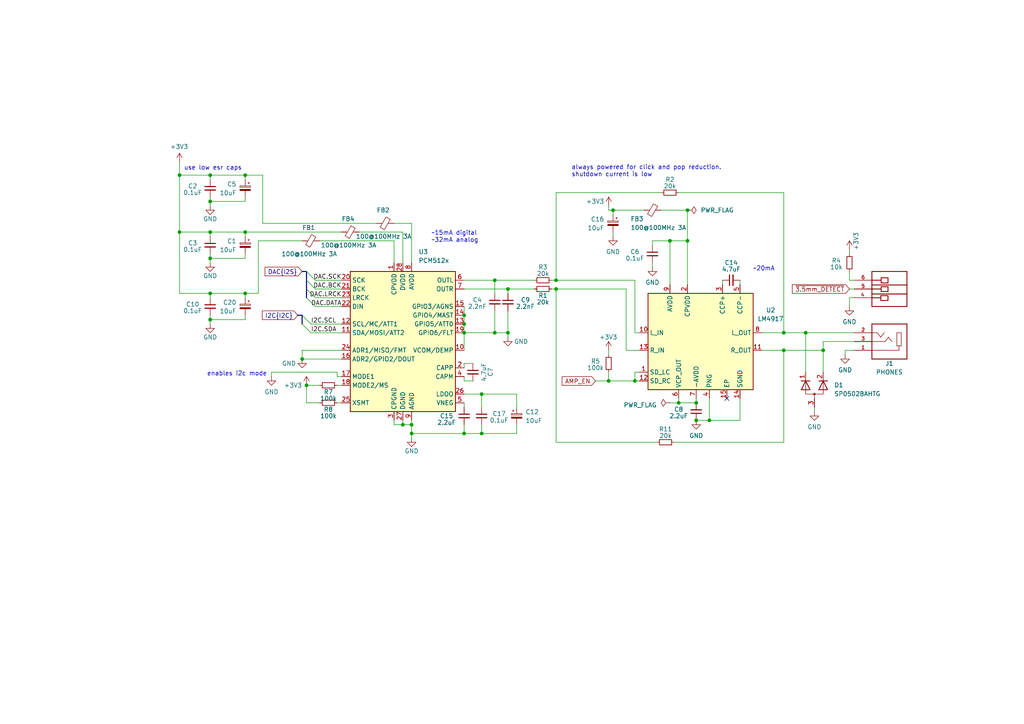
<source format=kicad_sch>
(kicad_sch (version 20230121) (generator eeschema)
  (paper "A4")
  (title_block (date "2022-09-04") (rev "1"))
  (lib_symbols
    (symbol "Audio:PCM5121PW"
      (property "Reference" "U" (at -13.97 21.59 0))
      (property "Value" "PCM5121PW" (at 10.16 21.59 0))
      (symbol "PCM5121PW_0_1"
        (rectangle (start -15.24 20.32) (end 15.24 -20.32) (stroke (width 0.254)) (fill (type background)))
      )
      (symbol "PCM5121PW_1_1"
        (pin power_in line (at -2.54 22.86 270) (length 2.54) (name "CPVDD") (number "1"))
        (pin bidirectional line (at 17.78 -2.54 180) (length 2.54) (name "VCOM/DEMP") (number "10"))
        (pin bidirectional line (at -17.78 2.54 0) (length 2.54) (name "SDA/MOSI/ATT2") (number "11"))
        (pin input line (at -17.78 5.08 0) (length 2.54) (name "SCL/MC/ATT1") (number "12"))
        (pin bidirectional line (at 17.78 5.08 180) (length 2.54) (name "GPIO5/ATT0") (number "13"))
        (pin bidirectional line (at 17.78 7.62 180) (length 2.54) (name "GPIO4/MAST") (number "14"))
        (pin bidirectional line (at 17.78 10.16 180) (length 2.54) (name "GPIO3/AGNS") (number "15"))
        (pin bidirectional line (at -17.78 -5.08 0) (length 2.54) (name "ADR2/GPIO2/DOUT") (number "16"))
        (pin input line (at -17.78 -10.16 0) (length 2.54) (name "MODE1") (number "17"))
        (pin input line (at -17.78 -12.7 0) (length 2.54) (name "MODE2/MS") (number "18"))
        (pin bidirectional line (at 17.78 2.54 180) (length 2.54) (name "GPIO6/FLT") (number "19"))
        (pin passive line (at 17.78 -7.62 180) (length 2.54) (name "CAPP") (number "2"))
        (pin input line (at -17.78 17.78 0) (length 2.54) (name "SCK") (number "20"))
        (pin bidirectional line (at -17.78 15.24 0) (length 2.54) (name "BCK") (number "21"))
        (pin input line (at -17.78 10.16 0) (length 2.54) (name "DIN") (number "22"))
        (pin bidirectional line (at -17.78 12.7 0) (length 2.54) (name "LRCK") (number "23"))
        (pin bidirectional line (at -17.78 -2.54 0) (length 2.54) (name "ADR1/MISO/FMT") (number "24"))
        (pin input line (at -17.78 -17.78 0) (length 2.54) (name "XSMT") (number "25"))
        (pin passive line (at 17.78 -15.24 180) (length 2.54) (name "LDOO") (number "26"))
        (pin power_in line (at 0 -22.86 90) (length 2.54) (name "DGND") (number "27"))
        (pin power_in line (at 0 22.86 270) (length 2.54) (name "DVDD") (number "28"))
        (pin power_in line (at -2.54 -22.86 90) (length 2.54) (name "CPGND") (number "3"))
        (pin passive line (at 17.78 -10.16 180) (length 2.54) (name "CAPM") (number "4"))
        (pin passive line (at 17.78 -17.78 180) (length 2.54) (name "VNEG") (number "5"))
        (pin output line (at 17.78 17.78 180) (length 2.54) (name "OUTL") (number "6"))
        (pin output line (at 17.78 15.24 180) (length 2.54) (name "OUTR") (number "7"))
        (pin power_in line (at 2.54 22.86 270) (length 2.54) (name "AVDD") (number "8"))
        (pin power_in line (at 2.54 -22.86 90) (length 2.54) (name "AGND") (number "9"))
      )
    )
    (symbol "Device:C_Polarized_Small" (pin_numbers hide) (pin_names (offset 0.254) hide)
      (property "Reference" "C" (at 0.254 1.778 0))
      (property "Value" "C_Polarized_Small" (at 0.254 -2.032 0))
      (symbol "C_Polarized_Small_0_1"
        (rectangle (start -1.524 -0.3048) (end 1.524 -0.6858) (fill (type outline)))
        (rectangle (start -1.524 0.6858) (end 1.524 0.3048))
        (polyline (pts (xy -1.27 1.524) (xy -0.762 1.524)))
        (polyline (pts (xy -1.016 1.27) (xy -1.016 1.778)))
      )
      (symbol "C_Polarized_Small_1_1"
        (pin passive line (at 0 2.54 270) (length 1.8542) (name "~") (number "1"))
        (pin passive line (at 0 -2.54 90) (length 1.8542) (name "~") (number "2"))
      )
    )
    (symbol "Device:C_Small" (pin_numbers hide) (pin_names (offset 0.254) hide)
      (property "Reference" "C" (at 0.254 1.778 0))
      (property "Value" "C_Small" (at 0.254 -2.032 0))
      (symbol "C_Small_0_1"
        (polyline (pts (xy -1.524 -0.508) (xy 1.524 -0.508)) (stroke (width 0.3302)))
        (polyline (pts (xy -1.524 0.508) (xy 1.524 0.508)) (stroke (width 0.3048)))
      )
      (symbol "C_Small_1_1"
        (pin passive line (at 0 2.54 270) (length 2.032) (name "~") (number "1"))
        (pin passive line (at 0 -2.54 90) (length 2.032) (name "~") (number "2"))
      )
    )
    (symbol "Device:D_Dual_CommonAnode_KKA_Parallel" (pin_names (offset 0.762) hide)
      (property "Reference" "D" (at 0 5.08 0))
      (property "Value" "D_Dual_CommonAnode_KKA_Parallel" (at 0 -5.08 0))
      (symbol "D_Dual_CommonAnode_KKA_Parallel_0_0"
        (polyline (pts (xy 2.54 -3.81) (xy 2.54 -1.27)) (stroke (width 0.254)))
        (polyline (pts (xy 2.54 1.27) (xy 2.54 3.81)) (stroke (width 0.254)))
      )
      (symbol "D_Dual_CommonAnode_KKA_Parallel_0_1"
        (circle (center -1.27 0) (radius 0.254) (fill (type outline)))
        (polyline (pts (xy -1.27 0) (xy -2.54 0)))
        (polyline (pts (xy 2.54 2.54) (xy -1.27 2.54) (xy -1.27 -2.54) (xy 2.54 -2.54)))
        (polyline (pts (xy 0 -1.27) (xy 2.54 -2.54) (xy 0 -3.81) (xy 0 -1.27) (xy 0 -1.27) (xy 0 -1.27)) (stroke (width 0.254)))
        (polyline (pts (xy 0 3.81) (xy 2.54 2.54) (xy 0 1.27) (xy 0 3.81) (xy 0 3.81) (xy 0 3.81)) (stroke (width 0.254)))
        (pin passive line (at 5.08 2.54 180) (length 2.54) (name "K") (number "1"))
        (pin passive line (at 5.08 -2.54 180) (length 2.54) (name "K") (number "2"))
        (pin passive line (at -5.08 0 0) (length 2.54) (name "A") (number "3"))
      )
    )
    (symbol "Device:FerriteBead_Small" (pin_numbers hide) (pin_names (offset 0))
      (property "Reference" "FB" (at 1.905 1.27 0))
      (property "Value" "FerriteBead_Small" (at 1.905 -1.27 0))
      (symbol "FerriteBead_Small_0_1"
        (polyline (pts (xy 0 -1.27) (xy 0 -0.7874)))
        (polyline (pts (xy 0 0.889) (xy 0 1.2954)))
        (polyline (pts (xy -1.8288 0.2794) (xy -1.1176 1.4986) (xy 1.8288 -0.2032) (xy 1.1176 -1.4224) (xy -1.8288 0.2794)))
      )
      (symbol "FerriteBead_Small_1_1"
        (pin passive line (at 0 2.54 270) (length 1.27) (name "~") (number "1"))
        (pin passive line (at 0 -2.54 90) (length 1.27) (name "~") (number "2"))
      )
    )
    (symbol "Device:R_Small" (pin_numbers hide) (pin_names (offset 0.254) hide)
      (property "Reference" "R" (at 0.762 0.508 0))
      (property "Value" "R_Small" (at 0.762 -1.016 0))
      (symbol "R_Small_0_1"
        (rectangle (start -0.762 1.778) (end 0.762 -1.778) (stroke (width 0.2032)))
      )
      (symbol "R_Small_1_1"
        (pin passive line (at 0 2.54 270) (length 0.762) (name "~") (number "1"))
        (pin passive line (at 0 -2.54 90) (length 0.762) (name "~") (number "2"))
      )
    )
    (symbol "power:+3V3" (power) (pin_names (offset 0))
      (property "Value" "+3V3" (at 0 3.556 0))
      (symbol "+3V3_0_1"
        (polyline (pts (xy -0.762 1.27) (xy 0 2.54)))
        (polyline (pts (xy 0 0) (xy 0 2.54)))
        (polyline (pts (xy 0 2.54) (xy 0.762 1.27)))
      )
      (symbol "+3V3_1_1"
        (pin power_in line (at 0 0 90) (length 0) hide (name "+3V3") (number "1"))
      )
    )
    (symbol "power:GND" (power) (pin_names (offset 0))
      (property "Value" "GND" (at 0 -3.81 0))
      (symbol "GND_0_1"
        (polyline (pts (xy 0 0) (xy 0 -1.27) (xy 1.27 -1.27) (xy 0 -2.54) (xy -1.27 -1.27) (xy 0 -1.27)))
      )
      (symbol "GND_1_1"
        (pin power_in line (at 0 0 270) (length 0) hide (name "GND") (number "1"))
      )
    )
    (symbol "power:PWR_FLAG" (power) (pin_numbers hide) (pin_names (offset 0) hide)
      (property "Value" "PWR_FLAG" (at 0 3.81 0))
      (symbol "PWR_FLAG_0_0"
        (pin power_out line (at 0 0 90) (length 0) (name "pwr") (number "1"))
      )
      (symbol "PWR_FLAG_0_1"
        (polyline (pts (xy 0 0) (xy 0 1.27) (xy -1.016 1.905) (xy 0 2.54) (xy 1.016 1.905) (xy 0 1.27)))
      )
    )
    (symbol "symbols:LM4917"
      (property "Reference" "U" (at 0 0 0))
      (property "Value" "LM4917" (at 0 0 0))
      (symbol "LM4917_0_0"
        (pin input line (at -17.78 -2.54 0) (length 2.54) (name "R_IN") (number "13"))
        (pin power_in line (at 11.43 -16.51 90) (length 2.54) (name "SGND") (number "14"))
        (pin power_in line (at 7.62 -16.51 90) (length 2.54) (name "EP") (number "15"))
        (pin passive line (at 6.35 16.51 270) (length 2.54) (name "CCP+") (number "3"))
      )
      (symbol "LM4917_0_1"
        (rectangle (start -15.24 13.97) (end 15.24 -13.97) (stroke (width 0.254)) (fill (type background)))
      )
      (symbol "LM4917_1_1"
        (pin input line (at -17.78 -8.89 0) (length 2.54) (name "SD_LC") (number "1"))
        (pin input line (at -17.78 2.54 0) (length 2.54) (name "L_IN") (number "10"))
        (pin output line (at 17.78 -2.54 180) (length 2.54) (name "R_OUT") (number "11"))
        (pin input line (at -17.78 -11.43 0) (length 2.54) (name "SD_RC") (number "12"))
        (pin power_in line (at -3.81 16.51 270) (length 2.54) (name "CPVDD") (number "2"))
        (pin power_in line (at 2.54 -16.51 90) (length 2.54) (name "PNG") (number "4"))
        (pin passive line (at 11.43 16.51 270) (length 2.54) (name "CCP-") (number "5"))
        (pin power_in line (at -6.35 -16.51 90) (length 2.54) (name "VCP_OUT") (number "6"))
        (pin power_in line (at -1.27 -16.51 90) (length 2.54) (name "-AVDD") (number "7"))
        (pin output line (at 17.78 2.54 180) (length 2.54) (name "L_OUT") (number "8"))
        (pin power_in line (at -8.89 16.51 270) (length 2.54) (name "AVDD") (number "9"))
      )
    )
    (symbol "symbols:SJ-3566AN" (pin_names (offset 1.016) hide)
      (property "Reference" "J" (at -5.1054 5.7404 0))
      (property "Value" "SJ-3566AN" (at -5.1054 -22.9362 0))
      (symbol "SJ-3566AN_0_0"
        (polyline (pts (xy -5.1054 -13.7922) (xy 5.0038 -13.7922)) (stroke (width 0.254)))
        (polyline (pts (xy -5.08 -20.32) (xy 5.08 -20.32)) (stroke (width 0.254)))
        (polyline (pts (xy -5.08 -10.16) (xy -5.08 -20.32)) (stroke (width 0.254)))
        (polyline (pts (xy -5.08 -5.08) (xy 5.08 -5.08)) (stroke (width 0.254)))
        (polyline (pts (xy -5.08 5.08) (xy -5.08 -5.08)) (stroke (width 0.254)))
        (polyline (pts (xy -3.429 -2.54) (xy -2.159 -2.54)) (stroke (width 0.1524)))
        (polyline (pts (xy -3.429 1.27) (xy -3.429 -2.54)) (stroke (width 0.1524)))
        (polyline (pts (xy -2.794 1.27) (xy -3.429 1.27)) (stroke (width 0.1524)))
        (polyline (pts (xy -2.794 1.27) (xy -2.794 2.54)) (stroke (width 0.1524)))
        (polyline (pts (xy -2.794 2.54) (xy 5.08 2.54)) (stroke (width 0.1524)))
        (polyline (pts (xy -2.159 -2.54) (xy -2.159 1.27)) (stroke (width 0.1524)))
        (polyline (pts (xy -2.159 1.27) (xy -2.794 1.27)) (stroke (width 0.1524)))
        (polyline (pts (xy 0.254 -1.27) (xy -0.762 0)) (stroke (width 0.1524)))
        (polyline (pts (xy 0.4064 -18.4912) (xy 0.4064 -16.9926)) (stroke (width 0.254)))
        (polyline (pts (xy 0.4064 -16.9926) (xy 2.3876 -16.9926)) (stroke (width 0.254)))
        (polyline (pts (xy 0.4064 -15.9004) (xy 0.4064 -14.5034)) (stroke (width 0.254)))
        (polyline (pts (xy 0.4064 -14.5034) (xy 2.3876 -14.5034)) (stroke (width 0.254)))
        (polyline (pts (xy 0.4064 -11.9126) (xy 0.4064 -13.3096)) (stroke (width 0.254)))
        (polyline (pts (xy 0.508 -13.3096) (xy 2.4892 -13.3096)) (stroke (width 0.254)))
        (polyline (pts (xy 1.27 0) (xy 0.254 -1.27)) (stroke (width 0.1524)))
        (polyline (pts (xy 1.524 -2.54) (xy 2.54 -1.27)) (stroke (width 0.1524)))
        (polyline (pts (xy 2.3876 -18.4912) (xy 0.4064 -18.4912)) (stroke (width 0.254)))
        (polyline (pts (xy 2.3876 -16.9926) (xy 2.3876 -18.4912)) (stroke (width 0.254)))
        (polyline (pts (xy 2.3876 -15.9004) (xy 0.4064 -15.9004)) (stroke (width 0.254)))
        (polyline (pts (xy 2.3876 -14.5034) (xy 2.3876 -15.9004)) (stroke (width 0.254)))
        (polyline (pts (xy 2.4892 -13.3096) (xy 2.4892 -11.9126)) (stroke (width 0.254)))
        (polyline (pts (xy 2.4892 -11.9126) (xy 0.508 -11.9126)) (stroke (width 0.254)))
        (polyline (pts (xy 2.54 -1.27) (xy 3.556 -2.54)) (stroke (width 0.1524)))
        (polyline (pts (xy 5.08 -20.32) (xy 5.08 -17.78)) (stroke (width 0.254)))
        (polyline (pts (xy 5.08 -17.78) (xy 2.54 -17.78)) (stroke (width 0.254)))
        (polyline (pts (xy 5.08 -17.78) (xy 5.08 -15.24)) (stroke (width 0.254)))
        (polyline (pts (xy 5.08 -15.24) (xy 2.54 -15.24)) (stroke (width 0.254)))
        (polyline (pts (xy 5.08 -15.24) (xy 5.08 -12.7)) (stroke (width 0.254)))
        (polyline (pts (xy 5.08 -12.7) (xy 2.54 -12.7)) (stroke (width 0.254)))
        (polyline (pts (xy 5.08 -12.7) (xy 5.08 -10.16)) (stroke (width 0.254)))
        (polyline (pts (xy 5.08 -10.16) (xy -5.08 -10.16)) (stroke (width 0.254)))
        (polyline (pts (xy 5.08 -5.08) (xy 5.08 -2.54)) (stroke (width 0.254)))
        (polyline (pts (xy 5.08 -2.54) (xy 3.556 -2.54)) (stroke (width 0.1524)))
        (polyline (pts (xy 5.08 -2.54) (xy 5.08 0)) (stroke (width 0.254)))
        (polyline (pts (xy 5.08 0) (xy 1.27 0)) (stroke (width 0.1524)))
        (polyline (pts (xy 5.08 0) (xy 5.08 2.54)) (stroke (width 0.254)))
        (polyline (pts (xy 5.08 2.54) (xy 5.08 5.08)) (stroke (width 0.254)))
        (polyline (pts (xy 5.08 5.08) (xy -5.08 5.08)) (stroke (width 0.254)))
        (polyline (pts (xy 5.1054 -16.4084) (xy -5.1054 -16.4084)) (stroke (width 0.254)))
        (pin passive line (at 10.16 2.54 180) (length 5.08) (name "~") (number "1"))
        (pin passive line (at 10.16 -2.54 180) (length 5.08) (name "~") (number "2"))
        (pin passive line (at 10.16 0 180) (length 5.08) (name "~") (number "3"))
        (pin passive line (at 10.3124 -12.7 180) (length 5.08) (name "~") (number "4"))
        (pin passive line (at 10.16 -15.24 180) (length 5.08) (name "~") (number "5"))
        (pin passive line (at 10.16 -17.78 180) (length 5.08) (name "~") (number "6"))
      )
    )
  )
  (junction (at 71.12 85.09))
  (junction (at 199.39 69.85))
  (junction (at 147.32 83.82))
  (junction (at 134.62 93.98))
  (junction (at 134.62 91.44))
  (junction (at 139.7 125.73))
  (junction (at 201.93 121.92))
  (junction (at 52.07 50.8))
  (junction (at 176.53 110.49))
  (junction (at 119.38 125.73))
  (junction (at 184.15 110.49))
  (junction (at 60.96 58.42))
  (junction (at 52.07 67.31))
  (junction (at 71.12 50.8))
  (junction (at 116.84 123.19))
  (junction (at 238.76 101.6))
  (junction (at 227.33 101.6))
  (junction (at 139.7 114.3))
  (junction (at 147.32 96.52))
  (junction (at 194.31 69.85))
  (junction (at 60.96 67.31))
  (junction (at 87.63 104.14))
  (junction (at 143.51 96.52))
  (junction (at 205.74 121.92))
  (junction (at 119.38 123.19))
  (junction (at 201.93 116.84))
  (junction (at 60.96 92.71))
  (junction (at 134.62 96.52))
  (junction (at 134.62 125.73))
  (junction (at 161.29 83.82))
  (junction (at 60.96 50.8))
  (junction (at 177.8 60.96))
  (junction (at 199.39 60.96))
  (junction (at 233.68 96.52))
  (junction (at 88.9 111.76))
  (junction (at 143.51 81.28))
  (junction (at 71.12 67.31))
  (junction (at 196.85 116.84))
  (junction (at 161.29 81.28))
  (junction (at 60.96 85.09))
  (junction (at 60.96 74.93))
  (junction (at 227.33 96.52))
  (no_connect (at 210.82 115.57))
  (bus_entry (at 87.63 93.98) (size 2.54 2.54))
  (bus_entry (at 87.63 91.44) (size 2.54 2.54))
  (bus_entry (at 88.9 78.74) (size 2.54 2.54))
  (bus_entry (at 88.9 81.28) (size 2.54 2.54))
  (bus_entry (at 88.9 86.36) (size 2.54 2.54))
  (bus_entry (at 88.9 83.82) (size 2.54 2.54))
  (wire (pts (xy 176.53 102.87) (xy 176.53 101.6)))
  (wire (pts (xy 60.96 92.71) (xy 60.96 93.98)))
  (wire (pts (xy 184.15 81.28) (xy 184.15 96.52)))
  (wire (pts (xy 134.62 105.41) (xy 134.62 106.68)))
  (wire (pts (xy 71.12 57.15) (xy 71.12 58.42)))
  (wire (pts (xy 116.84 123.19) (xy 119.38 123.19)))
  (wire (pts (xy 227.33 101.6) (xy 227.33 128.27)))
  (wire (pts (xy 172.72 110.49) (xy 176.53 110.49)))
  (wire (pts (xy 227.33 128.27) (xy 195.58 128.27)))
  (wire (pts (xy 209.55 81.28) (xy 209.55 82.55)))
  (wire (pts (xy 220.98 101.6) (xy 227.33 101.6)))
  (wire (pts (xy 60.96 74.93) (xy 71.12 74.93)))
  (wire (pts (xy 60.96 68.58) (xy 60.96 67.31)))
  (wire (pts (xy 176.53 60.96) (xy 177.8 60.96)))
  (wire (pts (xy 87.63 101.6) (xy 99.06 101.6)))
  (wire (pts (xy 247.8024 101.6) (xy 245.11 101.6)))
  (wire (pts (xy 177.8 67.31) (xy 177.8 68.58)))
  (wire (pts (xy 76.2 50.8) (xy 76.2 64.77)))
  (wire (pts (xy 87.63 101.6) (xy 87.63 104.14)))
  (bus (pts (xy 88.9 78.74) (xy 88.9 81.28)))
  (wire (pts (xy 139.7 125.73) (xy 134.62 125.73)))
  (wire (pts (xy 134.62 114.3) (xy 139.7 114.3)))
  (wire (pts (xy 161.29 55.88) (xy 191.77 55.88)))
  (wire (pts (xy 143.51 96.52) (xy 147.32 96.52)))
  (wire (pts (xy 149.86 114.3) (xy 139.7 114.3)))
  (wire (pts (xy 52.07 50.8) (xy 60.96 50.8)))
  (wire (pts (xy 119.38 76.2) (xy 119.38 64.77)))
  (wire (pts (xy 134.62 81.28) (xy 143.51 81.28)))
  (wire (pts (xy 97.79 111.76) (xy 99.06 111.76)))
  (wire (pts (xy 233.68 96.52) (xy 233.68 107.95)))
  (wire (pts (xy 60.96 58.42) (xy 71.12 58.42)))
  (wire (pts (xy 214.63 115.57) (xy 214.63 121.92)))
  (bus (pts (xy 87.63 78.74) (xy 88.9 78.74)))
  (wire (pts (xy 181.61 83.82) (xy 161.29 83.82)))
  (wire (pts (xy 97.79 107.95) (xy 97.79 109.22)))
  (wire (pts (xy 147.32 90.17) (xy 147.32 96.52)))
  (wire (pts (xy 97.79 109.22) (xy 99.06 109.22)))
  (wire (pts (xy 227.33 55.88) (xy 227.33 96.52)))
  (wire (pts (xy 114.3 123.19) (xy 116.84 123.19)))
  (wire (pts (xy 60.96 67.31) (xy 71.12 67.31)))
  (wire (pts (xy 134.62 88.9) (xy 134.62 91.44)))
  (wire (pts (xy 238.76 101.6) (xy 238.76 99.06)))
  (wire (pts (xy 99.06 67.31) (xy 71.12 67.31)))
  (wire (pts (xy 184.15 107.95) (xy 184.15 110.49)))
  (wire (pts (xy 199.39 60.96) (xy 199.39 69.85)))
  (wire (pts (xy 71.12 73.66) (xy 71.12 74.93)))
  (wire (pts (xy 143.51 90.17) (xy 143.51 96.52)))
  (wire (pts (xy 189.23 69.85) (xy 194.31 69.85)))
  (wire (pts (xy 137.16 110.49) (xy 134.62 110.49)))
  (wire (pts (xy 60.96 85.09) (xy 71.12 85.09)))
  (wire (pts (xy 161.29 81.28) (xy 160.02 81.28)))
  (wire (pts (xy 143.51 81.28) (xy 143.51 85.09)))
  (wire (pts (xy 60.96 50.8) (xy 71.12 50.8)))
  (wire (pts (xy 134.62 83.82) (xy 147.32 83.82)))
  (wire (pts (xy 181.61 83.82) (xy 181.61 101.6)))
  (wire (pts (xy 139.7 123.19) (xy 139.7 125.73)))
  (wire (pts (xy 88.9 116.84) (xy 92.71 116.84)))
  (bus (pts (xy 87.63 91.44) (xy 87.63 93.98)))
  (wire (pts (xy 71.12 92.71) (xy 71.12 91.44)))
  (wire (pts (xy 60.96 91.44) (xy 60.96 92.71)))
  (wire (pts (xy 149.86 123.19) (xy 149.86 125.73)))
  (wire (pts (xy 90.17 96.52) (xy 99.06 96.52)))
  (wire (pts (xy 52.07 67.31) (xy 52.07 85.09)))
  (wire (pts (xy 71.12 86.36) (xy 71.12 85.09)))
  (wire (pts (xy 52.07 50.8) (xy 52.07 67.31)))
  (wire (pts (xy 246.38 72.39) (xy 246.38 73.66)))
  (wire (pts (xy 134.62 123.19) (xy 134.62 125.73)))
  (wire (pts (xy 143.51 81.28) (xy 154.94 81.28)))
  (wire (pts (xy 161.29 55.88) (xy 161.29 81.28)))
  (wire (pts (xy 88.9 111.76) (xy 92.71 111.76)))
  (wire (pts (xy 60.96 52.07) (xy 60.96 50.8)))
  (wire (pts (xy 161.29 128.27) (xy 161.29 83.82)))
  (wire (pts (xy 227.33 101.6) (xy 238.76 101.6)))
  (wire (pts (xy 177.8 60.96) (xy 186.69 60.96)))
  (wire (pts (xy 88.9 111.76) (xy 88.9 116.84)))
  (wire (pts (xy 233.68 96.52) (xy 247.8024 96.52)))
  (wire (pts (xy 149.86 118.11) (xy 149.86 114.3)))
  (wire (pts (xy 71.12 68.58) (xy 71.12 67.31)))
  (wire (pts (xy 205.74 121.92) (xy 201.93 121.92)))
  (bus (pts (xy 88.9 83.82) (xy 88.9 86.36)))
  (wire (pts (xy 220.98 96.52) (xy 227.33 96.52)))
  (wire (pts (xy 236.22 119.38) (xy 236.22 118.11)))
  (wire (pts (xy 189.23 76.2) (xy 189.23 77.47)))
  (wire (pts (xy 60.96 73.66) (xy 60.96 74.93)))
  (wire (pts (xy 78.74 107.95) (xy 78.74 109.22)))
  (wire (pts (xy 161.29 83.82) (xy 160.02 83.82)))
  (wire (pts (xy 189.23 69.85) (xy 189.23 71.12)))
  (wire (pts (xy 147.32 97.79) (xy 147.32 96.52)))
  (wire (pts (xy 91.44 86.36) (xy 99.06 86.36)))
  (wire (pts (xy 74.93 85.09) (xy 74.93 69.85)))
  (wire (pts (xy 246.38 86.36) (xy 247.65 86.36)))
  (wire (pts (xy 238.76 101.6) (xy 238.76 107.95)))
  (wire (pts (xy 134.62 125.73) (xy 119.38 125.73)))
  (wire (pts (xy 184.15 110.49) (xy 185.42 110.49)))
  (wire (pts (xy 245.11 101.6) (xy 245.11 102.87)))
  (wire (pts (xy 134.62 110.49) (xy 134.62 109.22)))
  (wire (pts (xy 196.85 115.57) (xy 196.85 116.84)))
  (wire (pts (xy 60.96 74.93) (xy 60.96 76.2)))
  (wire (pts (xy 246.38 81.28) (xy 247.8024 81.28)))
  (wire (pts (xy 97.79 116.84) (xy 99.06 116.84)))
  (wire (pts (xy 246.38 88.9) (xy 246.38 86.36)))
  (wire (pts (xy 214.63 81.28) (xy 214.63 82.55)))
  (bus (pts (xy 88.9 81.28) (xy 88.9 83.82)))
  (wire (pts (xy 91.44 83.82) (xy 99.06 83.82)))
  (wire (pts (xy 134.62 93.98) (xy 134.62 96.52)))
  (wire (pts (xy 227.33 96.52) (xy 233.68 96.52)))
  (wire (pts (xy 116.84 76.2) (xy 116.84 67.31)))
  (wire (pts (xy 114.3 69.85) (xy 114.3 76.2)))
  (wire (pts (xy 78.74 107.95) (xy 97.79 107.95)))
  (wire (pts (xy 205.74 115.57) (xy 205.74 121.92)))
  (wire (pts (xy 74.93 69.85) (xy 87.63 69.85)))
  (wire (pts (xy 60.96 86.36) (xy 60.96 85.09)))
  (wire (pts (xy 52.07 46.99) (xy 52.07 50.8)))
  (wire (pts (xy 176.53 110.49) (xy 184.15 110.49)))
  (wire (pts (xy 71.12 85.09) (xy 74.93 85.09)))
  (wire (pts (xy 205.74 121.92) (xy 214.63 121.92)))
  (wire (pts (xy 194.31 69.85) (xy 199.39 69.85)))
  (wire (pts (xy 184.15 107.95) (xy 185.42 107.95)))
  (bus (pts (xy 86.36 91.44) (xy 87.63 91.44)))
  (wire (pts (xy 92.71 69.85) (xy 114.3 69.85)))
  (wire (pts (xy 196.85 55.88) (xy 227.33 55.88)))
  (wire (pts (xy 246.38 83.82) (xy 247.8024 83.82)))
  (wire (pts (xy 194.31 116.84) (xy 196.85 116.84)))
  (wire (pts (xy 201.93 116.84) (xy 201.93 115.57)))
  (wire (pts (xy 119.38 123.19) (xy 119.38 125.73)))
  (wire (pts (xy 134.62 96.52) (xy 143.51 96.52)))
  (wire (pts (xy 176.53 107.95) (xy 176.53 110.49)))
  (wire (pts (xy 134.62 116.84) (xy 134.62 118.11)))
  (wire (pts (xy 114.3 64.77) (xy 119.38 64.77)))
  (wire (pts (xy 149.86 125.73) (xy 139.7 125.73)))
  (wire (pts (xy 147.32 83.82) (xy 154.94 83.82)))
  (wire (pts (xy 134.62 96.52) (xy 134.62 101.6)))
  (wire (pts (xy 147.32 83.82) (xy 147.32 85.09)))
  (wire (pts (xy 134.62 91.44) (xy 134.62 93.98)))
  (wire (pts (xy 90.17 93.98) (xy 99.06 93.98)))
  (wire (pts (xy 52.07 85.09) (xy 60.96 85.09)))
  (wire (pts (xy 116.84 121.92) (xy 116.84 123.19)))
  (wire (pts (xy 185.42 101.6) (xy 181.61 101.6)))
  (wire (pts (xy 184.15 96.52) (xy 185.42 96.52)))
  (wire (pts (xy 177.8 60.96) (xy 177.8 62.23)))
  (wire (pts (xy 71.12 50.8) (xy 76.2 50.8)))
  (wire (pts (xy 139.7 118.11) (xy 139.7 114.3)))
  (wire (pts (xy 199.39 69.85) (xy 199.39 82.55)))
  (wire (pts (xy 60.96 58.42) (xy 60.96 59.69)))
  (wire (pts (xy 52.07 67.31) (xy 60.96 67.31)))
  (wire (pts (xy 87.63 104.14) (xy 99.06 104.14)))
  (wire (pts (xy 184.15 81.28) (xy 161.29 81.28)))
  (wire (pts (xy 76.2 64.77) (xy 109.22 64.77)))
  (wire (pts (xy 91.44 81.28) (xy 99.06 81.28)))
  (wire (pts (xy 119.38 121.92) (xy 119.38 123.19)))
  (wire (pts (xy 114.3 121.92) (xy 114.3 123.19)))
  (wire (pts (xy 116.84 67.31) (xy 104.14 67.31)))
  (wire (pts (xy 196.85 116.84) (xy 201.93 116.84)))
  (wire (pts (xy 238.76 99.06) (xy 247.8024 99.06)))
  (wire (pts (xy 194.31 69.85) (xy 194.31 82.55)))
  (wire (pts (xy 176.53 60.96) (xy 176.53 59.69)))
  (wire (pts (xy 199.39 60.96) (xy 191.77 60.96)))
  (wire (pts (xy 137.16 105.41) (xy 134.62 105.41)))
  (wire (pts (xy 71.12 52.07) (xy 71.12 50.8)))
  (wire (pts (xy 119.38 125.73) (xy 119.38 127)))
  (wire (pts (xy 246.38 81.28) (xy 246.38 78.74)))
  (wire (pts (xy 60.96 57.15) (xy 60.96 58.42)))
  (wire (pts (xy 190.5 128.27) (xy 161.29 128.27)))
  (wire (pts (xy 91.44 88.9) (xy 99.06 88.9)))
  (wire (pts (xy 60.96 92.71) (xy 71.12 92.71)))
  (text "~20mA" (at 218.44 78.74 0) (effects (font (size 1.27 1.27)) (justify left bottom)))
  (text "always powered for click and pop reduction.\nshutdown current is low" (at 165.735 51.435 0) (effects (font (size 1.27 1.27)) (justify left bottom)))
  (text "~15mA digital\n~32mA analog" (at 125.095 70.485 0) (effects (font (size 1.27 1.27)) (justify left bottom)))
  (text "use low esr caps" (at 53.34 49.53 0) (effects (font (size 1.27 1.27)) (justify left bottom)))
  (text "enables i2c mode" (at 77.47 109.22 0) (effects (font (size 1.27 1.27)) (justify right bottom)))
  (label "DAC.BCK" (at 99.06 83.82 180))
  (label "DAC.LRCK" (at 99.06 86.36 180))
  (label "DAC.DATA" (at 99.06 88.9 180))
  (label "I2C.SCL" (at 90.17 93.98 0))
  (label "I2C.SDA" (at 90.17 96.52 0))
  (label "DAC.SCK" (at 99.06 81.28 180))
  (global_label "AMP_EN" (shape input) (at 172.72 110.49 180) (property "Intersheetrefs" "${INTERSHEET_REFS}" (effects hide)))
  (global_label "I2C{I2C}" (shape input) (at 86.36 91.44 180) (property "Intersheetrefs" "${INTERSHEET_REFS}" (effects hide)))
  (global_label "DAC{I2S}" (shape input) (at 87.63 78.74 180) (property "Intersheetrefs" "${INTERSHEET_REFS}" (effects hide)))
  (global_label "~{3.5mm_DETECT}" (shape input) (at 246.38 83.82 180) (property "Intersheetrefs" "${INTERSHEET_REFS}" (effects hide)))
  (symbol (lib_id "power:GND") (at 119.38 127 0) (unit 1)
    (property "Reference" "#PWR0308" (effects hide))
    (property "Value" "GND" (at 119.38 130.81 0))
  )
  (symbol (lib_id "power:GND") (at 87.63 104.14 0) (unit 1)
    (property "Reference" "#PWR0307" (effects hide))
    (property "Value" "GND" (at 83.82 105.41 0))
  )
  (symbol (lib_id "Device:C_Small") (at 139.7 120.65 0) (unit 1)
    (property "Reference" "C17" (at 144.78 120.015 0))
    (property "Value" "0.1uF" (at 144.78 121.92 0))
    (property "Footprint" "Capacitor_SMD:C_0603_1608Metric" (effects hide))
    (property "MPN" "EMK107BJ104KAHT" (effects hide))
  )
  (symbol (lib_id "Device:FerriteBead_Small") (at 189.23 60.96 270) (unit 1)
    (property "Reference" "FB3" (at 182.88 63.5 90) (effects (justify left)))
    (property "Value" "100@100MHz 3A" (at 182.88 66.04 90) (effects (justify left)))
    (property "Footprint" "Inductor_SMD:L_0603_1608Metric" (effects hide))
    (property "MPN" "BLM18KG101TN1D" (effects hide))
  )
  (symbol (lib_id "Device:R_Small") (at 193.04 128.27 90) (unit 1)
    (property "Reference" "R11" (at 193.04 124.46 90))
    (property "Value" "20k" (at 193.04 126.365 90))
    (property "Footprint" "Resistor_SMD:R_0603_1608Metric" (effects hide))
    (property "MPN" "AC0603FR-0720KL" (effects hide))
  )
  (symbol (lib_id "Device:R_Small") (at 95.25 111.76 90) (unit 1)
    (property "Reference" "R7" (at 95.25 113.665 90))
    (property "Value" "100k" (at 95.25 115.57 90))
    (property "Footprint" "Resistor_SMD:R_0603_1608Metric" (effects hide))
    (property "MPN" "RC0603JR-10100KL" (effects hide))
  )
  (symbol (lib_id "Device:R_Small") (at 157.48 81.28 90) (unit 1)
    (property "Reference" "R3" (at 157.48 77.47 90))
    (property "Value" "20k" (at 157.48 79.375 90))
    (property "Footprint" "Resistor_SMD:R_0603_1608Metric" (effects hide))
    (property "MPN" "AC0603FR-0720KL" (effects hide))
  )
  (symbol (lib_id "power:GND") (at 60.96 93.98 0) (unit 1)
    (property "Reference" "#PWR0303" (effects hide))
    (property "Value" "GND" (at 60.96 97.79 0))
  )
  (symbol (lib_id "Device:FerriteBead_Small") (at 90.17 69.85 90) (unit 1)
    (property "Reference" "FB1" (at 91.44 66.04 90) (effects (justify left)))
    (property "Value" "100@100MHz 3A" (at 97.79 73.66 90) (effects (justify left)))
    (property "Footprint" "Inductor_SMD:L_0603_1608Metric" (effects hide))
    (property "MPN" "BLM18KG101TN1D" (effects hide))
  )
  (symbol (lib_id "Device:C_Small") (at 134.62 120.65 0) (unit 1)
    (property "Reference" "C15" (at 129.54 120.65 0))
    (property "Value" "2.2uF" (at 129.54 122.555 0))
    (property "Footprint" "Capacitor_SMD:C_0603_1608Metric" (effects hide))
    (property "MPN" "EMK107ABJ225KA8T" (effects hide))
  )
  (symbol (lib_id "Device:C_Polarized_Small") (at 149.86 120.65 0) (unit 1)
    (property "Reference" "C12" (at 152.4 119.4689 0) (effects (justify left)))
    (property "Value" "10uF" (at 152.4 122.0089 0) (effects (justify left)))
    (property "Footprint" "Capacitor_Tantalum_SMD:CP_EIA-3216-18_Kemet-A" (effects hide))
    (property "MPN" "TCJA106M020R0150 " (effects hide))
  )
  (symbol (lib_id "power:GND") (at 78.74 109.22 0) (unit 1)
    (property "Reference" "#PWR0305" (effects hide))
    (property "Value" "GND" (at 78.74 113.665 0))
  )
  (symbol (lib_id "Device:C_Polarized_Small") (at 177.8 64.77 0) (mirror y) (unit 1)
    (property "Reference" "C16" (at 175.26 63.5889 0) (effects (justify left)))
    (property "Value" "10uF" (at 175.26 66.1289 0) (effects (justify left)))
    (property "Footprint" "Capacitor_Tantalum_SMD:CP_EIA-3216-18_Kemet-A" (effects hide))
    (property "MPN" "TCJA106M020R0150 " (effects hide))
  )
  (symbol (lib_id "power:GND") (at 147.32 97.79 0) (unit 1)
    (property "Reference" "#PWR0309" (effects hide))
    (property "Value" "GND" (at 151.13 99.06 0))
  )
  (symbol (lib_id "power:GND") (at 245.11 102.87 0) (unit 1)
    (property "Reference" "#PWR0315" (effects hide))
    (property "Value" "GND" (at 245.11 107.315 0))
  )
  (symbol (lib_id "power:+3V3") (at 176.53 59.69 0) (unit 1)
    (property "Reference" "#PWR0310" (effects hide))
    (property "Value" "+3V3" (at 175.26 58.42 0) (effects (justify right)))
  )
  (symbol (lib_id "power:GND") (at 60.96 59.69 0) (unit 1)
    (property "Reference" "#PWR0304" (effects hide))
    (property "Value" "GND" (at 60.96 63.5 0))
  )
  (symbol (lib_id "power:GND") (at 236.22 119.38 0) (unit 1)
    (property "Reference" "#PWR0314" (effects hide))
    (property "Value" "GND" (at 236.22 123.825 0))
  )
  (symbol (lib_id "Device:C_Small") (at 189.23 73.66 0) (unit 1)
    (property "Reference" "C6" (at 184.15 73.025 0))
    (property "Value" "0.1uF" (at 184.15 74.93 0))
    (property "Footprint" "Capacitor_SMD:C_0603_1608Metric" (effects hide))
    (property "MPN" "EMK107BJ104KAHT" (effects hide))
  )
  (symbol (lib_id "Device:C_Small") (at 212.09 81.28 90) (unit 1)
    (property "Reference" "C14" (at 212.09 76.2 90))
    (property "Value" "4.7uF" (at 212.09 78.105 90))
    (property "Footprint" "Capacitor_SMD:C_0603_1608Metric" (effects hide))
    (property "MPN" "GRM188R61E475KE11D" (effects hide))
  )
  (symbol (lib_id "power:+3V3") (at 246.38 72.39 0) (unit 1)
    (property "Reference" "#PWR0316" (effects hide))
    (property "Value" "+3V3" (at 248.285 67.31 90) (effects (justify right)))
  )
  (symbol (lib_id "Device:R_Small") (at 176.53 105.41 180) (unit 1)
    (property "Reference" "R5" (at 172.72 104.775 0))
    (property "Value" "100k" (at 172.72 106.68 0))
    (property "Footprint" "Resistor_SMD:R_0603_1608Metric" (effects hide))
    (property "MPN" "RC0603JR-10100KL" (effects hide))
  )
  (symbol (lib_id "power:+3V3") (at 176.53 101.6 0) (unit 1)
    (property "Reference" "#PWR0311" (effects hide))
    (property "Value" "+3V3" (at 179.07 97.79 0) (effects (justify right)))
  )
  (symbol (lib_id "power:GND") (at 246.38 88.9 0) (unit 1)
    (property "Reference" "#PWR0317" (effects hide))
    (property "Value" "GND" (at 246.38 93.345 0))
  )
  (symbol (lib_id "power:GND") (at 201.93 121.92 0) (unit 1)
    (property "Reference" "#PWR0313" (effects hide))
    (property "Value" "GND" (at 201.93 126.365 0))
  )
  (symbol (lib_id "Device:R_Small") (at 246.38 76.2 180) (unit 1)
    (property "Reference" "R4" (at 242.57 75.565 0))
    (property "Value" "10k" (at 242.57 77.47 0))
    (property "Footprint" "Resistor_SMD:R_0603_1608Metric" (effects hide))
    (property "MPN" "AC0603JR-0710KL" (effects hide))
  )
  (symbol (lib_id "symbols:SJ-3566AN") (at 257.9624 99.06 180) (unit 1)
    (property "Reference" "J1" (at 257.9624 105.41 0))
    (property "Value" "PHONES" (at 257.9624 107.95 0))
    (property "Footprint" "footprints:CUI_SJ-3566AN" (effects hide))
    (property "MPN" "SJ-3566AN" (effects hide))
    (property "STANDARD" "Manufacturer recommendations" (effects hide))
    (property "MF" "CUI Inc" (effects hide))
  )
  (symbol (lib_id "Device:C_Small") (at 137.16 107.95 0) (unit 1)
    (property "Reference" "C7" (at 142.24 107.95 90))
    (property "Value" "4.7uF" (at 140.335 107.95 90))
    (property "Footprint" "Capacitor_SMD:C_0603_1608Metric" (effects hide))
    (property "MPN" "GRM188R61E475KE11D" (effects hide))
  )
  (symbol (lib_id "power:GND") (at 177.8 68.58 0) (unit 1)
    (property "Reference" "#PWR0312" (effects hide))
    (property "Value" "GND" (at 177.8 73.025 0))
  )
  (symbol (lib_id "Device:FerriteBead_Small") (at 101.6 67.31 90) (unit 1)
    (property "Reference" "FB4" (at 102.87 63.5 90) (effects (justify left)))
    (property "Value" "100@100MHz 3A" (at 109.22 71.12 90) (effects (justify left)))
    (property "Footprint" "Inductor_SMD:L_0603_1608Metric" (effects hide))
    (property "MPN" "BLM18KG101TN1D" (effects hide))
  )
  (symbol (lib_id "power:GND") (at 60.96 76.2 0) (unit 1)
    (property "Reference" "#PWR0302" (effects hide))
    (property "Value" "GND" (at 60.96 80.01 0))
  )
  (symbol (lib_id "power:PWR_FLAG") (at 199.39 60.96 270) (unit 1)
    (property "Reference" "#FLG0203" (effects hide))
    (property "Value" "PWR_FLAG" (at 203.2 60.96 90) (effects (justify left)))
    (instances (project "gay-ipod" (path "" (reference "#FLG0203") (unit 1)) (path "" (reference "#FLG0102") (unit 1)) (path "" (reference "#FLG0401") (unit 1)) (path "" (reference "#FLG01") (unit 1))))
  )
  (symbol (lib_id "Device:C_Small") (at 60.96 88.9 0) (unit 1)
    (property "Reference" "C10" (at 55.88 88.265 0))
    (property "Value" "0.1uF" (at 55.88 90.17 0))
    (property "Footprint" "Capacitor_SMD:C_0603_1608Metric" (effects hide))
    (property "MPN" "EMK107BJ104KAHT" (effects hide))
  )
  (symbol (lib_id "power:+3V3") (at 52.07 46.99 0) (unit 1)
    (property "Reference" "#PWR0301" (effects hide))
    (property "Value" "+3V3" (at 54.61 42.545 0) (effects (justify right)))
  )
  (symbol (lib_id "Device:C_Small") (at 60.96 71.12 0) (unit 1)
    (property "Reference" "C3" (at 55.88 70.485 0))
    (property "Value" "0.1uF" (at 55.88 72.39 0))
    (property "Footprint" "Capacitor_SMD:C_0603_1608Metric" (effects hide))
    (property "MPN" "EMK107BJ104KAHT" (effects hide))
  )
  (symbol (lib_id "Device:R_Small") (at 157.48 83.82 270) (unit 1)
    (property "Reference" "R1" (at 157.48 85.725 90))
    (property "Value" "20k" (at 157.48 87.63 90))
    (property "Footprint" "Resistor_SMD:R_0603_1608Metric" (effects hide))
    (property "MPN" "AC0603FR-0720KL" (effects hide))
  )
  (symbol (lib_id "symbols:LM4917") (at 203.2 99.06 0) (unit 1)
    (property "Reference" "U2" (at 223.52 89.9412 0))
    (property "Value" "LM4917" (at 223.52 92.4812 0))
    (property "Footprint" "footprints:SOIC-14" (effects hide))
    (property "MPN" "LM4917SD" (effects hide))
  )
  (symbol (lib_id "Device:R_Small") (at 194.31 55.88 90) (unit 1)
    (property "Reference" "R2" (at 194.31 52.07 90))
    (property "Value" "20k" (at 194.31 53.975 90))
    (property "Footprint" "Resistor_SMD:R_0603_1608Metric" (effects hide))
    (property "MPN" "AC0603FR-0720KL" (effects hide))
  )
  (symbol (lib_id "Audio:PCM5121PW") (at 116.84 99.06 0) (unit 1)
    (property "Reference" "U3" (at 121.3994 73.025 0) (effects (justify left)))
    (property "Value" "PCM512x" (at 121.3994 75.565 0) (effects (justify left)))
    (property "Footprint" "Package_SO:TSSOP-28_4.4x9.7mm_P0.65mm" (effects hide))
    (property "Datasheet" "http://www.ti.com/lit/ds/symlink/pcm5121.pdf" (effects hide))
    (property "MPN" "PCM512x" (effects hide))
  )
  (symbol (lib_id "Device:C_Small") (at 147.32 87.63 0) (mirror y) (unit 1)
    (property "Reference" "C9" (at 152.4 86.995 0))
    (property "Value" "2.2nF" (at 152.4 88.9 0))
    (property "Footprint" "Capacitor_SMD:C_0603_1608Metric" (effects hide))
    (property "MPN" "C1608X5R1H222K080AA" (effects hide))
  )
  (symbol (lib_id "Device:C_Polarized_Small") (at 71.12 71.12 0) (mirror y) (unit 1)
    (property "Reference" "C1" (at 68.58 69.9389 0) (effects (justify left)))
    (property "Value" "10uF" (at 68.58 72.4789 0) (effects (justify left)))
    (property "Footprint" "Capacitor_Tantalum_SMD:CP_EIA-3216-18_Kemet-A" (effects hide))
    (property "MPN" "TCJA106M020R0150 " (effects hide))
  )
  (symbol (lib_id "Device:D_Dual_CommonAnode_KKA_Parallel") (at 236.22 113.03 90) (unit 1)
    (property "Reference" "D1" (at 241.935 111.6964 90) (effects (justify right)))
    (property "Value" "SP0502BAHTG " (at 241.935 114.2364 90) (effects (justify right)))
    (property "Footprint" "Package_TO_SOT_SMD:SOT-523" (effects hide))
    (property "MPN" "PESD2USB3UV-TR" (effects hide))
  )
  (symbol (lib_id "Device:R_Small") (at 95.25 116.84 90) (unit 1)
    (property "Reference" "R8" (at 95.25 118.745 90))
    (property "Value" "100k" (at 95.25 120.65 90))
    (property "Footprint" "Resistor_SMD:R_0603_1608Metric" (effects hide))
    (property "MPN" "RC0603JR-10100KL" (effects hide))
  )
  (symbol (lib_id "Device:C_Polarized_Small") (at 71.12 54.61 0) (mirror y) (unit 1)
    (property "Reference" "C5" (at 68.58 53.4289 0) (effects (justify left)))
    (property "Value" "10uF" (at 68.58 55.9689 0) (effects (justify left)))
    (property "Footprint" "Capacitor_Tantalum_SMD:CP_EIA-3216-18_Kemet-A" (effects hide))
    (property "MPN" "TCJA106M020R0150 " (effects hide))
  )
  (symbol (lib_id "Device:C_Small") (at 201.93 119.38 180) (unit 1)
    (property "Reference" "C8" (at 196.85 118.745 0))
    (property "Value" "2.2uF" (at 196.85 120.65 0))
    (property "Footprint" "Capacitor_SMD:C_0603_1608Metric" (effects hide))
    (property "MPN" "EMK107ABJ225KA8T" (effects hide))
  )
  (symbol (lib_id "Device:C_Small") (at 60.96 54.61 0) (unit 1)
    (property "Reference" "C2" (at 55.88 53.975 0))
    (property "Value" "0.1uF" (at 55.88 55.88 0))
    (property "Footprint" "Capacitor_SMD:C_0603_1608Metric" (effects hide))
    (property "MPN" "EMK107BJ104KAHT" (effects hide))
  )
  (symbol (lib_id "Device:C_Small") (at 143.51 87.63 0) (unit 1)
    (property "Reference" "C4" (at 138.43 86.995 0))
    (property "Value" "2.2nF" (at 138.43 88.9 0))
    (property "Footprint" "Capacitor_SMD:C_0603_1608Metric" (effects hide))
    (property "MPN" "C1608X5R1H222K080AA" (effects hide))
  )
  (symbol (lib_id "Device:C_Polarized_Small") (at 71.12 88.9 0) (mirror y) (unit 1)
    (property "Reference" "C20" (at 68.58 87.7189 0) (effects (justify left)))
    (property "Value" "10uF" (at 68.58 90.2589 0) (effects (justify left)))
    (property "Footprint" "Capacitor_Tantalum_SMD:CP_EIA-3216-18_Kemet-A" (effects hide))
    (property "MPN" "TCJA106M020R0150 " (effects hide))
  )
  (symbol (lib_id "power:PWR_FLAG") (at 194.31 116.84 90) (unit 1)
    (property "Reference" "#FLG0203" (effects hide))
    (property "Value" "PWR_FLAG" (at 190.5 117.475 90) (effects (justify left)))
    (instances (project "gay-ipod" (path "" (reference "#FLG0203") (unit 1)) (path "" (reference "#FLG0102") (unit 1)) (path "" (reference "#FLG0401") (unit 1)) (path "" (reference "#FLG0301") (unit 1))))
  )
  (symbol (lib_id "power:+3V3") (at 88.9 111.76 0) (unit 1)
    (property "Reference" "#PWR0306" (effects hide))
    (property "Value" "+3V3" (at 87.63 111.76 0) (effects (justify right)))
  )
  (symbol (lib_id "power:GND") (at 189.23 77.47 0) (mirror y) (unit 1)
    (property "Reference" "#PWR02" (effects hide))
    (property "Value" "GND" (at 189.23 81.915 0))
  )
  (symbol (lib_id "Device:FerriteBead_Small") (at 111.76 64.77 90) (unit 1)
    (property "Reference" "FB2" (at 113.03 60.96 90) (effects (justify left)))
    (property "Value" "100@100MHz 3A" (at 119.38 68.58 90) (effects (justify left)))
    (property "Footprint" "Inductor_SMD:L_0603_1608Metric" (effects hide))
    (property "MPN" "BLM18KG101TN1D" (effects hide))
  )
)
</source>
